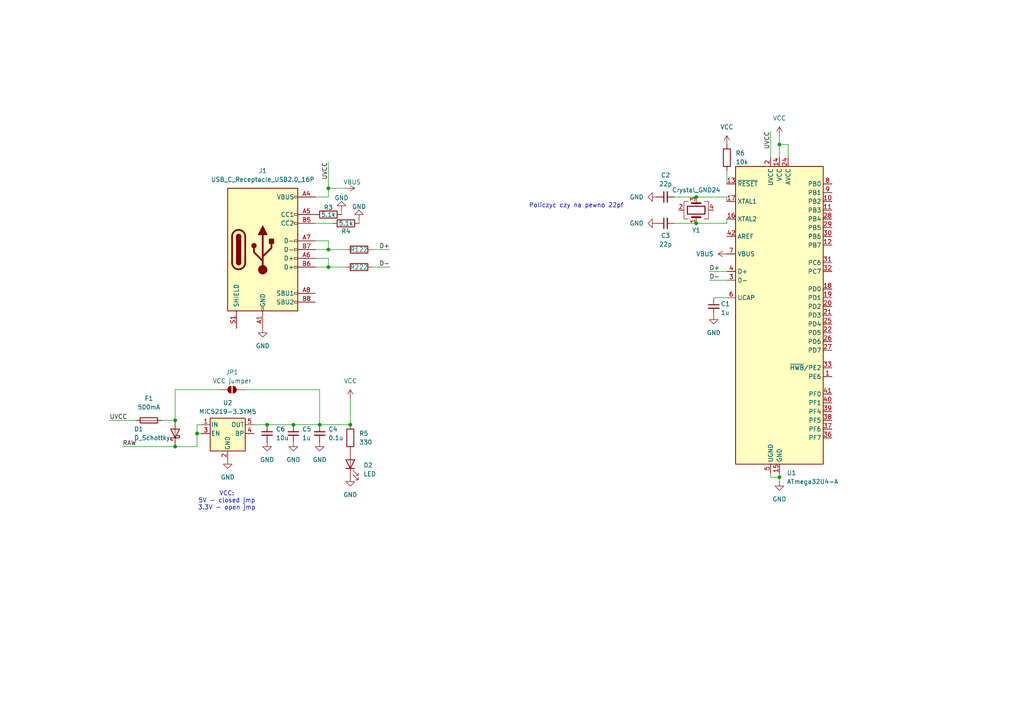
<source format=kicad_sch>
(kicad_sch (version 20250114) (generator "eeschema") (generator_version "9.0")
  (paper "A4")
  (lib_symbols
    (symbol "Connector:USB_C_Receptacle_USB2.0_16P" (pin_names (offset 1.016))
      (property "Reference" "J" (at 0 22.225 0))
      (property "Value" "USB_C_Receptacle_USB2.0_16P" (at 0 19.685 0))
      (symbol "USB_C_Receptacle_USB2.0_16P_0_0"
        (rectangle (start -0.254 -17.78) (end 0.254 -16.764))
        (rectangle (start 10.16 15.494) (end 9.144 14.986))
        (rectangle (start 10.16 10.414) (end 9.144 9.906))
        (rectangle (start 10.16 7.874) (end 9.144 7.366))
        (rectangle (start 10.16 2.794) (end 9.144 2.286))
        (rectangle (start 10.16 0.254) (end 9.144 -0.254))
        (rectangle (start 10.16 -2.286) (end 9.144 -2.794))
        (rectangle (start 10.16 -4.826) (end 9.144 -5.334))
        (rectangle (start 10.16 -12.446) (end 9.144 -12.954))
        (rectangle (start 10.16 -14.986) (end 9.144 -15.494))
      )
      (symbol "USB_C_Receptacle_USB2.0_16P_0_1"
        (rectangle (start -10.16 17.78) (end 10.16 -17.78) (stroke (width 0.254)) (fill (type background)))
        (polyline (pts (xy -8.89 -3.81) (xy -8.89 3.81)) (stroke (width 0.508)))
        (rectangle (start -7.62 -3.81) (end -6.35 3.81) (stroke (width 0.254)) (fill (type outline)))
        (arc (start -7.62 3.81) (mid -6.985 4.4423) (end -6.35 3.81) (stroke (width 0.254)))
        (arc (start -7.62 3.81) (mid -6.985 4.4423) (end -6.35 3.81) (stroke (width 0.254)) (fill (type outline)))
        (arc (start -8.89 3.81) (mid -6.985 5.7067) (end -5.08 3.81) (stroke (width 0.508)))
        (arc (start -5.08 -3.81) (mid -6.985 -5.7067) (end -8.89 -3.81) (stroke (width 0.508)))
        (arc (start -6.35 -3.81) (mid -6.985 -4.4423) (end -7.62 -3.81) (stroke (width 0.254)))
        (arc (start -6.35 -3.81) (mid -6.985 -4.4423) (end -7.62 -3.81) (stroke (width 0.254)) (fill (type outline)))
        (polyline (pts (xy -5.08 3.81) (xy -5.08 -3.81)) (stroke (width 0.508)))
        (circle (center -2.54 1.143) (radius 0.635) (stroke (width 0.254)) (fill (type outline)))
        (polyline (pts (xy -1.27 4.318) (xy 0 6.858) (xy 1.27 4.318) (xy -1.27 4.318)) (stroke (width 0.254)) (fill (type outline)))
        (polyline (pts (xy 0 -2.032) (xy 2.54 0.508) (xy 2.54 1.778)) (stroke (width 0.508)))
        (polyline (pts (xy 0 -3.302) (xy -2.54 -0.762) (xy -2.54 0.508)) (stroke (width 0.508)))
        (polyline (pts (xy 0 -5.842) (xy 0 4.318)) (stroke (width 0.508)))
        (circle (center 0 -5.842) (radius 1.27) (fill (type outline)))
        (rectangle (start 1.905 1.778) (end 3.175 3.048) (stroke (width 0.254)) (fill (type outline)))
      )
      (symbol "USB_C_Receptacle_USB2.0_16P_1_1"
        (pin passive line (at -7.62 -22.86 90) (length 5.08) (name "SHIELD") (number "S1"))
        (pin passive line (at 0 -22.86 90) (length 5.08) (name "GND") (number "A1"))
        (pin passive line (at 0 -22.86 90) (length 5.08) (hide yes) (name "GND") (number "A12"))
        (pin passive line (at 0 -22.86 90) (length 5.08) (hide yes) (name "GND") (number "B1"))
        (pin passive line (at 0 -22.86 90) (length 5.08) (hide yes) (name "GND") (number "B12"))
        (pin passive line (at 15.24 15.24 180) (length 5.08) (name "VBUS") (number "A4"))
        (pin passive line (at 15.24 15.24 180) (length 5.08) (hide yes) (name "VBUS") (number "A9"))
        (pin passive line (at 15.24 15.24 180) (length 5.08) (hide yes) (name "VBUS") (number "B4"))
        (pin passive line (at 15.24 15.24 180) (length 5.08) (hide yes) (name "VBUS") (number "B9"))
        (pin bidirectional line (at 15.24 10.16 180) (length 5.08) (name "CC1") (number "A5"))
        (pin bidirectional line (at 15.24 7.62 180) (length 5.08) (name "CC2") (number "B5"))
        (pin bidirectional line (at 15.24 2.54 180) (length 5.08) (name "D-") (number "A7"))
        (pin bidirectional line (at 15.24 0 180) (length 5.08) (name "D-") (number "B7"))
        (pin bidirectional line (at 15.24 -2.54 180) (length 5.08) (name "D+") (number "A6"))
        (pin bidirectional line (at 15.24 -5.08 180) (length 5.08) (name "D+") (number "B6"))
        (pin bidirectional line (at 15.24 -12.7 180) (length 5.08) (name "SBU1") (number "A8"))
        (pin bidirectional line (at 15.24 -15.24 180) (length 5.08) (name "SBU2") (number "B8"))
      )
    )
    (symbol "Device:C_Small" (pin_numbers (hide yes)) (pin_names (offset 0.254) (hide yes))
      (property "Reference" "C" (at 0.254 1.778 0))
      (property "Value" "C_Small" (at 0.254 -2.032 0))
      (symbol "C_Small_0_1"
        (polyline (pts (xy -1.524 0.508) (xy 1.524 0.508)) (stroke (width 0.3048)))
        (polyline (pts (xy -1.524 -0.508) (xy 1.524 -0.508)) (stroke (width 0.3302)))
      )
      (symbol "C_Small_1_1"
        (pin passive line (at 0 2.54 270) (length 2.032) (name "~") (number "1"))
        (pin passive line (at 0 -2.54 90) (length 2.032) (name "~") (number "2"))
      )
    )
    (symbol "Device:Crystal_GND24" (pin_names (offset 1.016) (hide yes))
      (property "Reference" "Y" (at 3.175 5.08 0))
      (property "Value" "Crystal_GND24" (at 3.175 3.175 0))
      (symbol "Crystal_GND24_0_1"
        (polyline (pts (xy -2.54 2.286) (xy -2.54 3.556) (xy 2.54 3.556) (xy 2.54 2.286)))
        (polyline (pts (xy -2.54 0) (xy -2.032 0)))
        (polyline (pts (xy -2.54 -2.286) (xy -2.54 -3.556) (xy 2.54 -3.556) (xy 2.54 -2.286)))
        (polyline (pts (xy -2.032 -1.27) (xy -2.032 1.27)) (stroke (width 0.508)))
        (rectangle (start -1.143 2.54) (end 1.143 -2.54) (stroke (width 0.3048)))
        (polyline (pts (xy 0 3.556) (xy 0 3.81)))
        (polyline (pts (xy 0 -3.81) (xy 0 -3.556)))
        (polyline (pts (xy 2.032 0) (xy 2.54 0)))
        (polyline (pts (xy 2.032 -1.27) (xy 2.032 1.27)) (stroke (width 0.508)))
      )
      (symbol "Crystal_GND24_1_1"
        (pin passive line (at -3.81 0 0) (length 1.27) (name "1") (number "1"))
        (pin passive line (at 0 5.08 270) (length 1.27) (name "2") (number "2"))
        (pin passive line (at 0 -5.08 90) (length 1.27) (name "4") (number "4"))
        (pin passive line (at 3.81 0 180) (length 1.27) (name "3") (number "3"))
      )
    )
    (symbol "Device:D_Schottky" (pin_numbers (hide yes)) (pin_names (offset 1.016) (hide yes))
      (property "Reference" "D" (at 0 2.54 0))
      (property "Value" "D_Schottky" (at 0 -2.54 0))
      (symbol "D_Schottky_0_1"
        (polyline (pts (xy -1.905 0.635) (xy -1.905 1.27) (xy -1.27 1.27) (xy -1.27 -1.27) (xy -0.635 -1.27) (xy -0.635 -0.635)) (stroke (width 0.254)))
        (polyline (pts (xy 1.27 1.27) (xy 1.27 -1.27) (xy -1.27 0) (xy 1.27 1.27)) (stroke (width 0.254)))
        (polyline (pts (xy 1.27 0) (xy -1.27 0)))
      )
      (symbol "D_Schottky_1_1"
        (pin passive line (at -3.81 0 0) (length 2.54) (name "K") (number "1"))
        (pin passive line (at 3.81 0 180) (length 2.54) (name "A") (number "2"))
      )
    )
    (symbol "Device:Fuse" (pin_numbers (hide yes)) (pin_names (offset 0))
      (property "Reference" "F" (at 2.032 0 90))
      (property "Value" "Fuse" (at -1.905 0 90))
      (symbol "Fuse_0_1"
        (rectangle (start -0.762 -2.54) (end 0.762 2.54) (stroke (width 0.254)))
        (polyline (pts (xy 0 2.54) (xy 0 -2.54)))
      )
      (symbol "Fuse_1_1"
        (pin passive line (at 0 3.81 270) (length 1.27) (name "~") (number "1"))
        (pin passive line (at 0 -3.81 90) (length 1.27) (name "~") (number "2"))
      )
    )
    (symbol "Device:LED" (pin_numbers (hide yes)) (pin_names (offset 1.016) (hide yes))
      (property "Reference" "D" (at 0 2.54 0))
      (property "Value" "LED" (at 0 -2.54 0))
      (symbol "LED_0_1"
        (polyline (pts (xy -3.048 -0.762) (xy -4.572 -2.286) (xy -3.81 -2.286) (xy -4.572 -2.286) (xy -4.572 -1.524)))
        (polyline (pts (xy -1.778 -0.762) (xy -3.302 -2.286) (xy -2.54 -2.286) (xy -3.302 -2.286) (xy -3.302 -1.524)))
        (polyline (pts (xy -1.27 0) (xy 1.27 0)))
        (polyline (pts (xy -1.27 -1.27) (xy -1.27 1.27)) (stroke (width 0.254)))
        (polyline (pts (xy 1.27 -1.27) (xy 1.27 1.27) (xy -1.27 0) (xy 1.27 -1.27)) (stroke (width 0.254)))
      )
      (symbol "LED_1_1"
        (pin passive line (at -3.81 0 0) (length 2.54) (name "K") (number "1"))
        (pin passive line (at 3.81 0 180) (length 2.54) (name "A") (number "2"))
      )
    )
    (symbol "Device:R" (pin_numbers (hide yes)) (pin_names (offset 0))
      (property "Reference" "R" (at 2.032 0 90))
      (property "Value" "R" (at 0 0 90))
      (symbol "R_0_1"
        (rectangle (start -1.016 -2.54) (end 1.016 2.54) (stroke (width 0.254)))
      )
      (symbol "R_1_1"
        (pin passive line (at 0 3.81 270) (length 1.27) (name "~") (number "1"))
        (pin passive line (at 0 -3.81 90) (length 1.27) (name "~") (number "2"))
      )
    )
    (symbol "Jumper:SolderJumper_2_Open" (pin_numbers (hide yes)) (pin_names (offset 0) (hide yes)) (in_bom no)
      (property "Reference" "JP" (at 0 2.032 0))
      (property "Value" "SolderJumper_2_Open" (at 0 -2.54 0))
      (symbol "SolderJumper_2_Open_0_1"
        (polyline (pts (xy -0.254 1.016) (xy -0.254 -1.016)))
        (arc (start -0.254 -1.016) (mid -1.2656 0) (end -0.254 1.016))
        (arc (start -0.254 -1.016) (mid -1.2656 0) (end -0.254 1.016) (fill (type outline)))
        (arc (start 0.254 1.016) (mid 1.2656 0) (end 0.254 -1.016))
        (arc (start 0.254 1.016) (mid 1.2656 0) (end 0.254 -1.016) (fill (type outline)))
        (polyline (pts (xy 0.254 1.016) (xy 0.254 -1.016)))
      )
      (symbol "SolderJumper_2_Open_1_1"
        (pin passive line (at -3.81 0 0) (length 2.54) (name "A") (number "1"))
        (pin passive line (at 3.81 0 180) (length 2.54) (name "B") (number "2"))
      )
    )
    (symbol "MCU_Microchip_ATmega:ATmega32U4-A"
      (property "Reference" "U" (at -12.7 44.45 0))
      (property "Value" "ATmega32U4-A" (at 2.54 -44.45 0))
      (symbol "ATmega32U4-A_0_1"
        (rectangle (start -12.7 -43.18) (end 12.7 43.18) (stroke (width 0.254)) (fill (type background)))
      )
      (symbol "ATmega32U4-A_1_1"
        (pin input line (at -15.24 38.1 0) (length 2.54) (name "~{RESET}") (number "13"))
        (pin input line (at -15.24 33.02 0) (length 2.54) (name "XTAL1") (number "17"))
        (pin output line (at -15.24 27.94 0) (length 2.54) (name "XTAL2") (number "16"))
        (pin passive line (at -15.24 22.86 0) (length 2.54) (name "AREF") (number "42"))
        (pin input line (at -15.24 17.78 0) (length 2.54) (name "VBUS") (number "7"))
        (pin bidirectional line (at -15.24 12.7 0) (length 2.54) (name "D+") (number "4"))
        (pin bidirectional line (at -15.24 10.16 0) (length 2.54) (name "D-") (number "3"))
        (pin passive line (at -15.24 5.08 0) (length 2.54) (name "UCAP") (number "6"))
        (pin power_in line (at -2.54 45.72 270) (length 2.54) (name "UVCC") (number "2"))
        (pin passive line (at -2.54 -45.72 90) (length 2.54) (name "UGND") (number "5"))
        (pin power_in line (at 0 45.72 270) (length 2.54) (name "VCC") (number "14"))
        (pin passive line (at 0 45.72 270) (length 2.54) (hide yes) (name "VCC") (number "34"))
        (pin power_in line (at 0 -45.72 90) (length 2.54) (name "GND") (number "15"))
        (pin passive line (at 0 -45.72 90) (length 2.54) (hide yes) (name "GND") (number "23"))
        (pin passive line (at 0 -45.72 90) (length 2.54) (hide yes) (name "GND") (number "35"))
        (pin passive line (at 0 -45.72 90) (length 2.54) (hide yes) (name "GND") (number "43"))
        (pin power_in line (at 2.54 45.72 270) (length 2.54) (name "AVCC") (number "24"))
        (pin passive line (at 2.54 45.72 270) (length 2.54) (hide yes) (name "AVCC") (number "44"))
        (pin bidirectional line (at 15.24 38.1 180) (length 2.54) (name "PB0") (number "8"))
        (pin bidirectional line (at 15.24 35.56 180) (length 2.54) (name "PB1") (number "9"))
        (pin bidirectional line (at 15.24 33.02 180) (length 2.54) (name "PB2") (number "10"))
        (pin bidirectional line (at 15.24 30.48 180) (length 2.54) (name "PB3") (number "11"))
        (pin bidirectional line (at 15.24 27.94 180) (length 2.54) (name "PB4") (number "28"))
        (pin bidirectional line (at 15.24 25.4 180) (length 2.54) (name "PB5") (number "29"))
        (pin bidirectional line (at 15.24 22.86 180) (length 2.54) (name "PB6") (number "30"))
        (pin bidirectional line (at 15.24 20.32 180) (length 2.54) (name "PB7") (number "12"))
        (pin bidirectional line (at 15.24 15.24 180) (length 2.54) (name "PC6") (number "31"))
        (pin bidirectional line (at 15.24 12.7 180) (length 2.54) (name "PC7") (number "32"))
        (pin bidirectional line (at 15.24 7.62 180) (length 2.54) (name "PD0") (number "18"))
        (pin bidirectional line (at 15.24 5.08 180) (length 2.54) (name "PD1") (number "19"))
        (pin bidirectional line (at 15.24 2.54 180) (length 2.54) (name "PD2") (number "20"))
        (pin bidirectional line (at 15.24 0 180) (length 2.54) (name "PD3") (number "21"))
        (pin bidirectional line (at 15.24 -2.54 180) (length 2.54) (name "PD4") (number "25"))
        (pin bidirectional line (at 15.24 -5.08 180) (length 2.54) (name "PD5") (number "22"))
        (pin bidirectional line (at 15.24 -7.62 180) (length 2.54) (name "PD6") (number "26"))
        (pin bidirectional line (at 15.24 -10.16 180) (length 2.54) (name "PD7") (number "27"))
        (pin bidirectional line (at 15.24 -15.24 180) (length 2.54) (name "~{HWB}/PE2") (number "33"))
        (pin bidirectional line (at 15.24 -17.78 180) (length 2.54) (name "PE6") (number "1"))
        (pin bidirectional line (at 15.24 -22.86 180) (length 2.54) (name "PF0") (number "41"))
        (pin bidirectional line (at 15.24 -25.4 180) (length 2.54) (name "PF1") (number "40"))
        (pin bidirectional line (at 15.24 -27.94 180) (length 2.54) (name "PF4") (number "39"))
        (pin bidirectional line (at 15.24 -30.48 180) (length 2.54) (name "PF5") (number "38"))
        (pin bidirectional line (at 15.24 -33.02 180) (length 2.54) (name "PF6") (number "37"))
        (pin bidirectional line (at 15.24 -35.56 180) (length 2.54) (name "PF7") (number "36"))
      )
    )
    (symbol "Regulator_Linear:MIC5219-3.3YM5" (pin_names (offset 0.254))
      (property "Reference" "U" (at -3.81 5.715 0))
      (property "Value" "MIC5219-3.3YM5" (at 0 5.715 0))
      (symbol "MIC5219-3.3YM5_0_1"
        (rectangle (start -5.08 4.445) (end 5.08 -5.08) (stroke (width 0.254)) (fill (type background)))
      )
      (symbol "MIC5219-3.3YM5_1_1"
        (pin power_in line (at -7.62 2.54 0) (length 2.54) (name "IN") (number "1"))
        (pin input line (at -7.62 0 0) (length 2.54) (name "EN") (number "3"))
        (pin power_in line (at 0 -7.62 90) (length 2.54) (name "GND") (number "2"))
        (pin power_out line (at 7.62 2.54 180) (length 2.54) (name "OUT") (number "5"))
        (pin input line (at 7.62 0 180) (length 2.54) (name "BP") (number "4"))
      )
    )
    (symbol "power:GND" (power) (pin_numbers (hide yes)) (pin_names (offset 0) (hide yes))
      (property "Value" "GND" (at 0 -3.81 0))
      (symbol "GND_0_1"
        (polyline (pts (xy 0 0) (xy 0 -1.27) (xy 1.27 -1.27) (xy 0 -2.54) (xy -1.27 -1.27) (xy 0 -1.27)))
      )
      (symbol "GND_1_1"
        (pin power_in line (at 0 0 270) (length 0) (name "~") (number "1"))
      )
    )
    (symbol "power:VBUS" (power) (pin_numbers (hide yes)) (pin_names (offset 0) (hide yes))
      (property "Value" "VBUS" (at 0 3.556 0))
      (symbol "VBUS_0_1"
        (polyline (pts (xy -0.762 1.27) (xy 0 2.54)))
        (polyline (pts (xy 0 2.54) (xy 0.762 1.27)))
        (polyline (pts (xy 0 0) (xy 0 2.54)))
      )
      (symbol "VBUS_1_1"
        (pin power_in line (at 0 0 90) (length 0) (name "~") (number "1"))
      )
    )
    (symbol "power:VCC" (power) (pin_numbers (hide yes)) (pin_names (offset 0) (hide yes))
      (property "Value" "VCC" (at 0 3.556 0))
      (symbol "VCC_0_1"
        (polyline (pts (xy -0.762 1.27) (xy 0 2.54)))
        (polyline (pts (xy 0 2.54) (xy 0.762 1.27)))
        (polyline (pts (xy 0 0) (xy 0 2.54)))
      )
      (symbol "VCC_1_1"
        (pin power_in line (at 0 0 90) (length 0) (name "~") (number "1"))
      )
    )
  )
  (text "VCC:\n5V - closed jmp\n3.3V - open jmp\n" (at 65.786 145.288 0) (effects (font (size 1.27 1.27))))
  (text "Policzyc czy na pewno 22pf\n" (at 167.132 59.69 0) (effects (font (size 1.27 1.27))))
  (junction (at 226.06 138.43))
  (junction (at 50.8 129.54))
  (junction (at 92.71 123.19))
  (junction (at 95.25 72.39))
  (junction (at 50.8 121.92))
  (junction (at 201.93 64.77))
  (junction (at 95.25 77.47))
  (junction (at 57.15 125.73))
  (junction (at 226.06 41.91))
  (junction (at 101.6 123.19))
  (junction (at 201.93 57.15))
  (junction (at 77.47 123.19))
  (junction (at 85.09 123.19))
  (junction (at 95.25 54.61))
  (wire (pts (xy 95.25 72.39) (xy 100.33 72.39)))
  (wire (pts (xy 205.74 78.74) (xy 210.82 78.74)))
  (wire (pts (xy 223.52 38.1) (xy 223.52 45.72)))
  (wire (pts (xy 95.25 46.99) (xy 95.25 54.61)))
  (wire (pts (xy 91.44 72.39) (xy 95.25 72.39)))
  (wire (pts (xy 223.52 138.43) (xy 223.52 137.16)))
  (wire (pts (xy 226.06 137.16) (xy 226.06 138.43)))
  (wire (pts (xy 91.44 74.93) (xy 95.25 74.93)))
  (wire (pts (xy 107.95 77.47) (xy 113.03 77.47)))
  (wire (pts (xy 228.6 45.72) (xy 228.6 41.91)))
  (wire (pts (xy 99.06 60.96) (xy 99.06 62.23)))
  (wire (pts (xy 85.09 123.19) (xy 92.71 123.19)))
  (wire (pts (xy 226.06 39.37) (xy 226.06 41.91)))
  (wire (pts (xy 228.6 41.91) (xy 226.06 41.91)))
  (wire (pts (xy 57.15 125.73) (xy 58.42 125.73)))
  (wire (pts (xy 71.12 113.03) (xy 92.71 113.03)))
  (wire (pts (xy 95.25 54.61) (xy 100.33 54.61)))
  (wire (pts (xy 95.25 74.93) (xy 95.25 77.47)))
  (wire (pts (xy 210.82 63.5) (xy 210.82 64.77)))
  (wire (pts (xy 57.15 123.19) (xy 58.42 123.19)))
  (wire (pts (xy 207.01 86.36) (xy 210.82 86.36)))
  (wire (pts (xy 50.8 121.92) (xy 50.8 113.03)))
  (wire (pts (xy 210.82 57.15) (xy 210.82 58.42)))
  (wire (pts (xy 210.82 49.53) (xy 210.82 53.34)))
  (wire (pts (xy 95.25 69.85) (xy 95.25 72.39)))
  (wire (pts (xy 95.25 77.47) (xy 100.33 77.47)))
  (wire (pts (xy 50.8 113.03) (xy 63.5 113.03)))
  (wire (pts (xy 201.93 57.15) (xy 210.82 57.15)))
  (wire (pts (xy 205.74 81.28) (xy 210.82 81.28)))
  (wire (pts (xy 57.15 125.73) (xy 57.15 123.19)))
  (wire (pts (xy 91.44 77.47) (xy 95.25 77.47)))
  (wire (pts (xy 95.25 54.61) (xy 95.25 57.15)))
  (wire (pts (xy 50.8 129.54) (xy 57.15 129.54)))
  (wire (pts (xy 57.15 129.54) (xy 57.15 125.73)))
  (wire (pts (xy 195.58 64.77) (xy 201.93 64.77)))
  (wire (pts (xy 226.06 138.43) (xy 223.52 138.43)))
  (wire (pts (xy 91.44 64.77) (xy 96.52 64.77)))
  (wire (pts (xy 92.71 123.19) (xy 101.6 123.19)))
  (wire (pts (xy 50.8 129.54) (xy 35.56 129.54)))
  (wire (pts (xy 201.93 64.77) (xy 210.82 64.77)))
  (wire (pts (xy 226.06 138.43) (xy 226.06 139.7)))
  (wire (pts (xy 77.47 123.19) (xy 85.09 123.19)))
  (wire (pts (xy 46.99 121.92) (xy 50.8 121.92)))
  (wire (pts (xy 92.71 113.03) (xy 92.71 123.19)))
  (wire (pts (xy 107.95 72.39) (xy 113.03 72.39)))
  (wire (pts (xy 91.44 69.85) (xy 95.25 69.85)))
  (wire (pts (xy 195.58 57.15) (xy 201.93 57.15)))
  (wire (pts (xy 226.06 45.72) (xy 226.06 41.91)))
  (wire (pts (xy 104.14 63.5) (xy 104.14 64.77)))
  (wire (pts (xy 31.75 121.92) (xy 39.37 121.92)))
  (wire (pts (xy 101.6 115.57) (xy 101.6 123.19)))
  (wire (pts (xy 95.25 57.15) (xy 91.44 57.15)))
  (wire (pts (xy 73.66 123.19) (xy 77.47 123.19)))
  (label "RAW" (at 35.56 129.54 0))
  (label "D-" (at 113.03 77.47 180))
  (label "D+" (at 205.74 78.74 0))
  (label "D-" (at 205.74 81.28 0))
  (label "UVCC" (at 223.52 38.1 270))
  (label "D+" (at 113.03 72.39 180))
  (label "UVCC" (at 31.75 121.92 0))
  (label "UVCC" (at 95.25 46.99 270))
  (symbol (lib_id "power:GND") (at 226.06 139.7 0) (unit 1)
    (property "Reference" "#PWR03" (effects (hide yes)))
    (property "Value" "GND" (at 226.06 144.78 0))
    (property "Description" "Power symbol creates a global label with name \"GND\" , ground" (effects (hide yes)))
  )
  (symbol (lib_id "power:VCC") (at 226.06 39.37 0) (unit 1)
    (property "Reference" "#PWR011" (effects (hide yes)))
    (property "Value" "VCC" (at 226.06 34.29 0))
    (property "Description" "Power symbol creates a global label with name \"VCC\"" (effects (hide yes)))
  )
  (symbol (lib_id "power:GND") (at 76.2 95.25 0) (unit 1)
    (property "Reference" "#PWR04" (effects (hide yes)))
    (property "Value" "GND" (at 76.2 100.33 0))
    (property "Description" "Power symbol creates a global label with name \"GND\" , ground" (effects (hide yes)))
  )
  (symbol (lib_id "Device:LED") (at 101.6 134.62 90) (unit 1)
    (property "Reference" "D2" (at 105.41 134.9374 90) (effects (justify right)))
    (property "Value" "LED" (at 105.41 137.4774 90) (effects (justify right)))
    (property "Footprint" "LED_SMD:LED_0603_1608Metric" (effects (hide yes)))
    (property "Description" "Light emitting diode" (effects (hide yes)))
    (property "Sim.Pins" "1=K 2=A" (effects (hide yes)))
  )
  (symbol (lib_id "Device:R") (at 100.33 64.77 90) (unit 1)
    (property "Reference" "R4" (at 100.33 67.056 90))
    (property "Value" "5.1k" (at 100.33 64.77 90))
    (property "Footprint" "Resistor_SMD:R_0603_1608Metric" (effects (hide yes)))
    (property "Description" "Resistor" (effects (hide yes)))
  )
  (symbol (lib_id "Device:Fuse") (at 43.18 121.92 90) (unit 1)
    (property "Reference" "F1" (at 43.18 115.57 90))
    (property "Value" "500mA" (at 43.18 118.11 90))
    (property "Footprint" "Fuse:Fuse_0603_1608Metric" (effects (hide yes)))
    (property "Description" "Fuse" (effects (hide yes)))
  )
  (symbol (lib_id "Device:R") (at 104.14 72.39 90) (unit 1)
    (property "Reference" "R1" (at 102.87 72.39 90))
    (property "Value" "22" (at 105.41 72.39 90))
    (property "Footprint" "Resistor_SMD:R_0603_1608Metric" (effects (hide yes)))
    (property "Description" "Resistor" (effects (hide yes)))
  )
  (symbol (lib_id "Connector:USB_C_Receptacle_USB2.0_16P") (at 76.2 72.39 0) (unit 1)
    (property "Reference" "J1" (at 76.2 49.53 0))
    (property "Value" "USB_C_Receptacle_USB2.0_16P" (at 76.2 52.07 0))
    (property "Footprint" "Connector_USB:USB_C_Receptacle_HRO_TYPE-C-31-M-12" (effects (hide yes)))
    (property "Datasheet" "https://www.usb.org/sites/default/files/documents/usb_type-c.zip" (effects (hide yes)))
    (property "Description" "USB 2.0-only 16P Type-C Receptacle connector" (effects (hide yes)))
  )
  (symbol (lib_id "power:GND") (at 190.5 57.15 270) (unit 1)
    (property "Reference" "#PWR09" (effects (hide yes)))
    (property "Value" "GND" (at 186.69 57.1499 90) (effects (justify right)))
    (property "Description" "Power symbol creates a global label with name \"GND\" , ground" (effects (hide yes)))
  )
  (symbol (lib_id "MCU_Microchip_ATmega:ATmega32U4-A") (at 226.06 91.44 0) (unit 1)
    (property "Reference" "U1" (at 228.2033 137.16 0) (effects (justify left)))
    (property "Value" "ATmega32U4-A" (at 228.2033 139.7 0) (effects (justify left)))
    (property "Footprint" "Package_QFP:TQFP-44_10x10mm_P0.8mm" (effects (hide yes)))
    (property "Datasheet" "http://ww1.microchip.com/downloads/en/DeviceDoc/Atmel-7766-8-bit-AVR-ATmega16U4-32U4_Datasheet.pdf" (effects (hide yes)))
    (property "Description" "16MHz, 32kB Flash, 2.5kB SRAM, 1kB EEPROM, USB 2.0, TQFP-44" (effects (hide yes)))
  )
  (symbol (lib_id "Device:D_Schottky") (at 50.8 125.73 90) (unit 1)
    (property "Reference" "D1" (at 38.862 124.46 90) (effects (justify right)))
    (property "Value" "D_Schottky" (at 38.862 127 90) (effects (justify right)))
    (property "Description" "Schottky diode" (effects (hide yes)))
  )
  (symbol (lib_id "Device:R") (at 210.82 45.72 0) (unit 1)
    (property "Reference" "R6" (at 213.36 44.4499 0) (effects (justify left)))
    (property "Value" "10k" (at 213.36 46.9899 0) (effects (justify left)))
    (property "Footprint" "Resistor_SMD:R_0201_0603Metric" (effects (hide yes)))
    (property "Description" "Resistor" (effects (hide yes)))
  )
  (symbol (lib_id "Device:C_Small") (at 77.47 125.73 0) (unit 1)
    (property "Reference" "C6" (at 80.01 124.4662 0) (effects (justify left)))
    (property "Value" "10u" (at 80.01 127.0062 0) (effects (justify left)))
    (property "Description" "Unpolarized capacitor, small symbol" (effects (hide yes)))
  )
  (symbol (lib_id "Jumper:SolderJumper_2_Open") (at 67.31 113.03 0) (unit 1) (in_bom no)
    (property "Reference" "JP1" (at 67.31 107.95 0))
    (property "Value" "VCC jumper" (at 67.31 110.49 0))
    (property "Footprint" "Jumper:SolderJumper-2_P1.3mm_Open_Pad1.0x1.5mm" (effects (hide yes)))
    (property "Description" "Solder Jumper, 2-pole, open" (effects (hide yes)))
  )
  (symbol (lib_id "Device:C_Small") (at 92.71 125.73 0) (unit 1)
    (property "Reference" "C4" (at 95.25 124.4662 0) (effects (justify left)))
    (property "Value" "0.1u" (at 95.25 127.0062 0) (effects (justify left)))
    (property "Footprint" "Capacitor_SMD:C_0603_1608Metric" (effects (hide yes)))
    (property "Description" "Unpolarized capacitor, small symbol" (effects (hide yes)))
  )
  (symbol (lib_id "Device:C_Small") (at 207.01 88.9 0) (unit 1)
    (property "Reference" "C1" (at 209.042 88.138 0) (effects (justify left)))
    (property "Value" "1u" (at 209.042 90.678 0) (effects (justify left)))
    (property "Footprint" "Capacitor_SMD:C_0603_1608Metric" (effects (hide yes)))
    (property "Description" "Unpolarized capacitor, small symbol" (effects (hide yes)))
  )
  (symbol (lib_id "Device:R") (at 95.25 62.23 90) (unit 1)
    (property "Reference" "R3" (at 95.25 60.198 90))
    (property "Value" "5.1k" (at 95.25 62.23 90))
    (property "Footprint" "Resistor_SMD:R_0603_1608Metric" (effects (hide yes)))
    (property "Description" "Resistor" (effects (hide yes)))
  )
  (symbol (lib_id "power:VCC") (at 210.82 41.91 0) (unit 1)
    (property "Reference" "#PWR015" (effects (hide yes)))
    (property "Value" "VCC" (at 210.82 36.83 0))
    (property "Description" "Power symbol creates a global label with name \"VCC\"" (effects (hide yes)))
  )
  (symbol (lib_id "Device:C_Small") (at 85.09 125.73 0) (unit 1)
    (property "Reference" "C5" (at 87.63 124.4662 0) (effects (justify left)))
    (property "Value" "1u" (at 87.63 127.0062 0) (effects (justify left)))
    (property "Description" "Unpolarized capacitor, small symbol" (effects (hide yes)))
  )
  (symbol (lib_id "Regulator_Linear:MIC5219-3.3YM5") (at 66.04 125.73 0) (unit 1)
    (property "Reference" "U2" (at 66.04 116.84 0))
    (property "Value" "MIC5219-3.3YM5" (at 66.04 119.38 0))
    (property "Footprint" "Package_TO_SOT_SMD:SOT-23-5" (effects (hide yes)))
    (property "Datasheet" "http://ww1.microchip.com/downloads/en/DeviceDoc/MIC5219-500mA-Peak-Output-LDO-Regulator-DS20006021A.pdf" (effects (hide yes)))
    (property "Description" "500mA low dropout linear regulator, fixed 3.3V output, SOT-23-5" (effects (hide yes)))
  )
  (symbol (lib_id "Device:R") (at 101.6 127 0) (unit 1)
    (property "Reference" "R5" (at 104.14 125.7299 0) (effects (justify left)))
    (property "Value" "330" (at 104.14 128.2699 0) (effects (justify left)))
    (property "Description" "Resistor" (effects (hide yes)))
  )
  (symbol (lib_id "power:GND") (at 190.5 64.77 270) (unit 1)
    (property "Reference" "#PWR010" (effects (hide yes)))
    (property "Value" "GND" (at 186.69 64.7699 90) (effects (justify right)))
    (property "Description" "Power symbol creates a global label with name \"GND\" , ground" (effects (hide yes)))
  )
  (symbol (lib_id "power:GND") (at 92.71 128.27 0) (unit 1)
    (property "Reference" "#PWR014" (effects (hide yes)))
    (property "Value" "GND" (at 92.71 133.35 0))
    (property "Description" "Power symbol creates a global label with name \"GND\" , ground" (effects (hide yes)))
  )
  (symbol (lib_id "Device:Crystal_GND24") (at 201.93 60.96 90) (unit 1)
    (property "Reference" "Y1" (at 201.93 66.802 90))
    (property "Value" "Crystal_GND24" (at 201.93 55.118 90))
    (property "Footprint" "Crystal:Crystal_SMD_3225-4Pin_3.2x2.5mm" (effects (hide yes)))
    (property "Description" "Four pin crystal, GND on pins 2 and 4" (effects (hide yes)))
  )
  (symbol (lib_id "power:GND") (at 101.6 138.43 0) (unit 1)
    (property "Reference" "#PWR017" (effects (hide yes)))
    (property "Value" "GND" (at 101.6 143.51 0))
    (property "Description" "Power symbol creates a global label with name \"GND\" , ground" (effects (hide yes)))
  )
  (symbol (lib_id "Device:C_Small") (at 193.04 64.77 90) (unit 1)
    (property "Reference" "C3" (at 193.04 68.326 90))
    (property "Value" "22p" (at 193.04 70.866 90))
    (property "Description" "Unpolarized capacitor, small symbol" (effects (hide yes)))
  )
  (symbol (lib_id "power:GND") (at 66.04 133.35 0) (unit 1)
    (property "Reference" "#PWR07" (effects (hide yes)))
    (property "Value" "GND" (at 66.04 138.43 0))
    (property "Description" "Power symbol creates a global label with name \"GND\" , ground" (effects (hide yes)))
  )
  (symbol (lib_id "power:VCC") (at 101.6 115.57 0) (unit 1)
    (property "Reference" "#PWR016" (effects (hide yes)))
    (property "Value" "VCC" (at 101.6 110.49 0))
    (property "Description" "Power symbol creates a global label with name \"VCC\"" (effects (hide yes)))
  )
  (symbol (lib_id "power:GND") (at 104.14 63.5 180) (unit 1)
    (property "Reference" "#PWR02" (effects (hide yes)))
    (property "Value" "GND" (at 104.14 59.944 0))
    (property "Description" "Power symbol creates a global label with name \"GND\" , ground" (effects (hide yes)))
  )
  (symbol (lib_id "Device:C_Small") (at 193.04 57.15 90) (unit 1)
    (property "Reference" "C2" (at 193.0463 50.8 90))
    (property "Value" "22p" (at 193.0463 53.34 90))
    (property "Description" "Unpolarized capacitor, small symbol" (effects (hide yes)))
  )
  (symbol (lib_id "power:VBUS") (at 210.82 73.66 90) (unit 1)
    (property "Reference" "#PWR06" (effects (hide yes)))
    (property "Value" "VBUS" (at 207.01 73.6599 90) (effects (justify left)))
    (property "Description" "Power symbol creates a global label with name \"VBUS\"" (effects (hide yes)))
  )
  (symbol (lib_id "power:GND") (at 85.09 128.27 0) (unit 1)
    (property "Reference" "#PWR013" (effects (hide yes)))
    (property "Value" "GND" (at 85.09 133.35 0))
    (property "Description" "Power symbol creates a global label with name \"GND\" , ground" (effects (hide yes)))
  )
  (symbol (lib_id "power:GND") (at 99.06 60.96 180) (unit 1)
    (property "Reference" "#PWR01" (effects (hide yes)))
    (property "Value" "GND" (at 99.06 57.404 0))
    (property "Description" "Power symbol creates a global label with name \"GND\" , ground" (effects (hide yes)))
  )
  (symbol (lib_id "Device:R") (at 104.14 77.47 90) (unit 1)
    (property "Reference" "R2" (at 102.87 77.47 90))
    (property "Value" "22" (at 105.41 77.47 90))
    (property "Footprint" "Resistor_SMD:R_0201_0603Metric" (effects (hide yes)))
    (property "Description" "Resistor" (effects (hide yes)))
  )
  (symbol (lib_id "power:GND") (at 77.47 128.27 0) (unit 1)
    (property "Reference" "#PWR012" (effects (hide yes)))
    (property "Value" "GND" (at 77.47 133.35 0))
    (property "Description" "Power symbol creates a global label with name \"GND\" , ground" (effects (hide yes)))
  )
  (symbol (lib_id "power:VBUS") (at 100.33 54.61 270) (unit 1)
    (property "Reference" "#PWR05" (effects (hide yes)))
    (property "Value" "VBUS" (at 99.568 52.832 90) (effects (justify left)))
    (property "Description" "Power symbol creates a global label with name \"VBUS\"" (effects (hide yes)))
  )
  (symbol (lib_id "power:GND") (at 207.01 91.44 0) (unit 1)
    (property "Reference" "#PWR08" (effects (hide yes)))
    (property "Value" "GND" (at 207.01 96.52 0))
    (property "Description" "Power symbol creates a global label with name \"GND\" , ground" (effects (hide yes)))
  )
)
</source>
